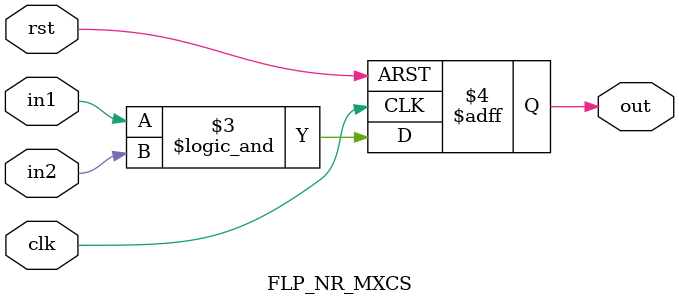
<source format=v>
module FLP_NR_MXCS (in1,in2,clk,rst,out);
   input in1, in2, clk, rst;
   output reg out;

   always@(posedge clk or negedge rst)
   begin
      if(!rst)
      out <= 0;
      else
      out <= in1 && in2;
   end
endmodule

</source>
